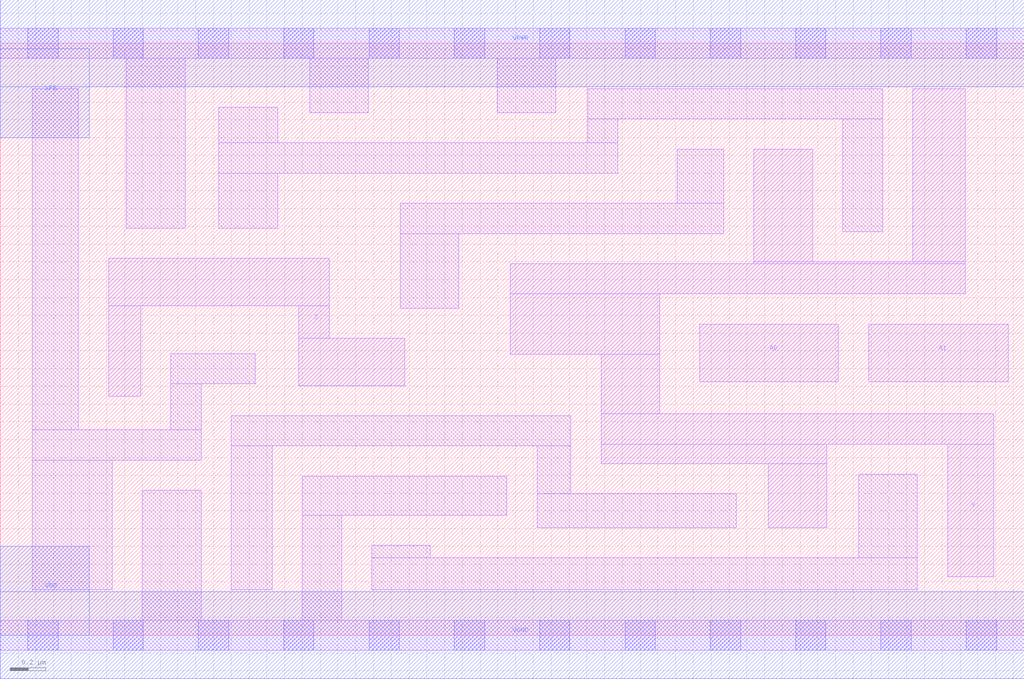
<source format=lef>
# Copyright 2020 The SkyWater PDK Authors
#
# Licensed under the Apache License, Version 2.0 (the "License");
# you may not use this file except in compliance with the License.
# You may obtain a copy of the License at
#
#     https://www.apache.org/licenses/LICENSE-2.0
#
# Unless required by applicable law or agreed to in writing, software
# distributed under the License is distributed on an "AS IS" BASIS,
# WITHOUT WARRANTIES OR CONDITIONS OF ANY KIND, either express or implied.
# See the License for the specific language governing permissions and
# limitations under the License.
#
# SPDX-License-Identifier: Apache-2.0

VERSION 5.5 ;
NAMESCASESENSITIVE ON ;
BUSBITCHARS "[]" ;
DIVIDERCHAR "/" ;
MACRO sky130_fd_sc_lp__mux2i_2
  CLASS CORE ;
  SOURCE USER ;
  ORIGIN  0.000000  0.000000 ;
  SIZE  5.760000 BY  3.330000 ;
  SYMMETRY X Y R90 ;
  SITE unit ;
  PIN A0
    ANTENNAGATEAREA  0.630000 ;
    DIRECTION INPUT ;
    USE SIGNAL ;
    PORT
      LAYER li1 ;
        RECT 3.935000 1.425000 4.715000 1.750000 ;
    END
  END A0
  PIN A1
    ANTENNAGATEAREA  0.630000 ;
    DIRECTION INPUT ;
    USE SIGNAL ;
    PORT
      LAYER li1 ;
        RECT 4.885000 1.425000 5.670000 1.750000 ;
    END
  END A1
  PIN S
    ANTENNAGATEAREA  0.945000 ;
    DIRECTION INPUT ;
    USE SIGNAL ;
    PORT
      LAYER li1 ;
        RECT 0.610000 1.345000 0.790000 1.855000 ;
        RECT 0.610000 1.855000 1.850000 2.120000 ;
        RECT 1.680000 1.405000 2.275000 1.670000 ;
        RECT 1.680000 1.670000 1.850000 1.855000 ;
    END
  END S
  PIN Y
    ANTENNADIFFAREA  1.785000 ;
    DIRECTION OUTPUT ;
    USE SIGNAL ;
    PORT
      LAYER li1 ;
        RECT 2.870000 1.580000 3.710000 1.920000 ;
        RECT 2.870000 1.920000 5.430000 2.090000 ;
        RECT 3.380000 0.965000 4.650000 1.075000 ;
        RECT 3.380000 1.075000 5.590000 1.245000 ;
        RECT 3.380000 1.245000 3.710000 1.580000 ;
        RECT 4.240000 2.090000 5.430000 2.100000 ;
        RECT 4.240000 2.100000 4.570000 2.735000 ;
        RECT 4.320000 0.605000 4.650000 0.965000 ;
        RECT 5.135000 2.100000 5.430000 3.075000 ;
        RECT 5.330000 0.330000 5.590000 1.075000 ;
    END
  END Y
  PIN VGND
    DIRECTION INOUT ;
    USE GROUND ;
    PORT
      LAYER met1 ;
        RECT 0.000000 -0.245000 5.760000 0.245000 ;
    END
  END VGND
  PIN VNB
    DIRECTION INOUT ;
    USE GROUND ;
    PORT
      LAYER met1 ;
        RECT 0.000000 0.000000 0.500000 0.500000 ;
    END
  END VNB
  PIN VPB
    DIRECTION INOUT ;
    USE POWER ;
    PORT
      LAYER met1 ;
        RECT 0.000000 2.800000 0.500000 3.300000 ;
    END
  END VPB
  PIN VPWR
    DIRECTION INOUT ;
    USE POWER ;
    PORT
      LAYER met1 ;
        RECT 0.000000 3.085000 5.760000 3.575000 ;
    END
  END VPWR
  OBS
    LAYER li1 ;
      RECT 0.000000 -0.085000 5.760000 0.085000 ;
      RECT 0.000000  3.245000 5.760000 3.415000 ;
      RECT 0.180000  0.255000 0.630000 0.985000 ;
      RECT 0.180000  0.985000 1.130000 1.155000 ;
      RECT 0.180000  1.155000 0.440000 3.075000 ;
      RECT 0.710000  2.290000 1.040000 3.245000 ;
      RECT 0.800000  0.085000 1.130000 0.815000 ;
      RECT 0.960000  1.155000 1.130000 1.415000 ;
      RECT 0.960000  1.415000 1.435000 1.585000 ;
      RECT 1.230000  2.290000 1.560000 2.600000 ;
      RECT 1.230000  2.600000 3.475000 2.770000 ;
      RECT 1.230000  2.770000 1.560000 2.970000 ;
      RECT 1.300000  0.255000 1.530000 1.065000 ;
      RECT 1.300000  1.065000 3.210000 1.235000 ;
      RECT 1.700000  0.085000 1.920000 0.675000 ;
      RECT 1.700000  0.675000 2.850000 0.895000 ;
      RECT 1.740000  2.940000 2.070000 3.245000 ;
      RECT 2.090000  0.255000 5.160000 0.435000 ;
      RECT 2.090000  0.435000 2.420000 0.505000 ;
      RECT 2.250000  1.840000 2.580000 2.260000 ;
      RECT 2.250000  2.260000 4.070000 2.430000 ;
      RECT 2.795000  2.940000 3.125000 3.245000 ;
      RECT 3.020000  0.605000 4.140000 0.795000 ;
      RECT 3.020000  0.795000 3.210000 1.065000 ;
      RECT 3.305000  2.770000 3.475000 2.905000 ;
      RECT 3.305000  2.905000 4.965000 3.075000 ;
      RECT 3.810000  2.430000 4.070000 2.735000 ;
      RECT 4.740000  2.270000 4.965000 2.905000 ;
      RECT 4.830000  0.435000 5.160000 0.905000 ;
    LAYER mcon ;
      RECT 0.155000 -0.085000 0.325000 0.085000 ;
      RECT 0.155000  3.245000 0.325000 3.415000 ;
      RECT 0.635000 -0.085000 0.805000 0.085000 ;
      RECT 0.635000  3.245000 0.805000 3.415000 ;
      RECT 1.115000 -0.085000 1.285000 0.085000 ;
      RECT 1.115000  3.245000 1.285000 3.415000 ;
      RECT 1.595000 -0.085000 1.765000 0.085000 ;
      RECT 1.595000  3.245000 1.765000 3.415000 ;
      RECT 2.075000 -0.085000 2.245000 0.085000 ;
      RECT 2.075000  3.245000 2.245000 3.415000 ;
      RECT 2.555000 -0.085000 2.725000 0.085000 ;
      RECT 2.555000  3.245000 2.725000 3.415000 ;
      RECT 3.035000 -0.085000 3.205000 0.085000 ;
      RECT 3.035000  3.245000 3.205000 3.415000 ;
      RECT 3.515000 -0.085000 3.685000 0.085000 ;
      RECT 3.515000  3.245000 3.685000 3.415000 ;
      RECT 3.995000 -0.085000 4.165000 0.085000 ;
      RECT 3.995000  3.245000 4.165000 3.415000 ;
      RECT 4.475000 -0.085000 4.645000 0.085000 ;
      RECT 4.475000  3.245000 4.645000 3.415000 ;
      RECT 4.955000 -0.085000 5.125000 0.085000 ;
      RECT 4.955000  3.245000 5.125000 3.415000 ;
      RECT 5.435000 -0.085000 5.605000 0.085000 ;
      RECT 5.435000  3.245000 5.605000 3.415000 ;
  END
END sky130_fd_sc_lp__mux2i_2
END LIBRARY

</source>
